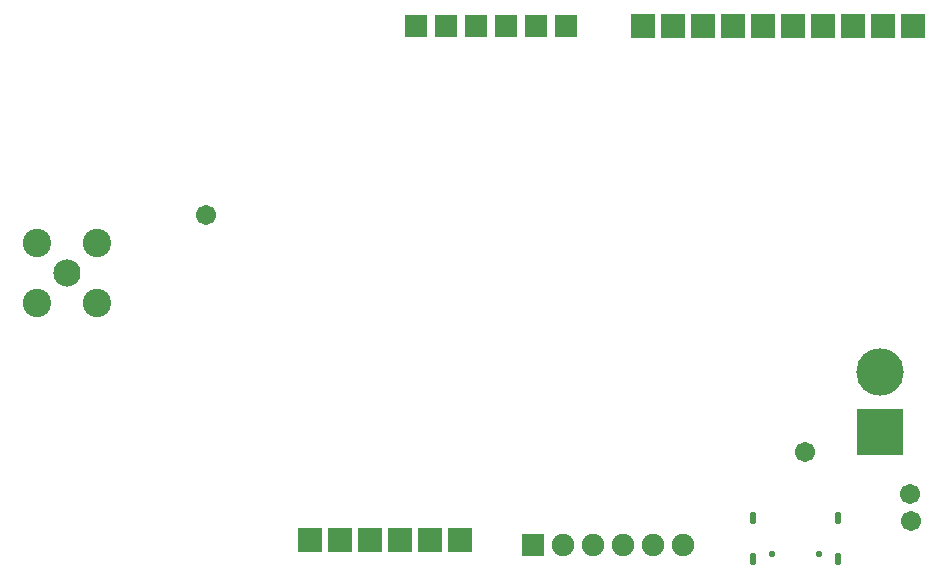
<source format=gbs>
G04*
G04 #@! TF.GenerationSoftware,Altium Limited,Altium Designer,22.11.1 (43)*
G04*
G04 Layer_Color=16711935*
%FSLAX44Y44*%
%MOMM*%
G71*
G04*
G04 #@! TF.SameCoordinates,6325C8D2-15E4-4679-A439-48E371F70F26*
G04*
G04*
G04 #@! TF.FilePolarity,Negative*
G04*
G01*
G75*
%ADD53C,1.7032*%
%ADD69C,2.3032*%
%ADD70C,2.4032*%
%ADD71R,1.8500X1.8500*%
%ADD72R,2.0032X2.0032*%
%ADD73C,1.9032*%
%ADD74R,1.9032X1.9032*%
%ADD75R,4.0132X4.0132*%
%ADD76C,4.0132*%
%ADD77C,0.5500*%
G04:AMPARAMS|DCode=78|XSize=1.05mm|YSize=0.45mm|CornerRadius=0.15mm|HoleSize=0mm|Usage=FLASHONLY|Rotation=270.000|XOffset=0mm|YOffset=0mm|HoleType=Round|Shape=RoundedRectangle|*
%AMROUNDEDRECTD78*
21,1,1.0500,0.1500,0,0,270.0*
21,1,0.7500,0.4500,0,0,270.0*
1,1,0.3000,-0.0750,-0.3750*
1,1,0.3000,-0.0750,0.3750*
1,1,0.3000,0.0750,0.3750*
1,1,0.3000,0.0750,-0.3750*
%
%ADD78ROUNDEDRECTD78*%
D53*
X1010920Y364490D02*
D03*
X504190Y565150D02*
D03*
X1099820Y328930D02*
D03*
X1101090Y306070D02*
D03*
D69*
X386080Y515620D02*
D03*
D70*
X360580Y490120D02*
D03*
Y541120D02*
D03*
X411580Y490120D02*
D03*
Y541120D02*
D03*
D71*
X808990Y725170D02*
D03*
X783590D02*
D03*
X758190D02*
D03*
X732790D02*
D03*
X707390D02*
D03*
X681990D02*
D03*
D72*
X718820Y289560D02*
D03*
X693420D02*
D03*
X668020D02*
D03*
X642620D02*
D03*
X617220D02*
D03*
X591820D02*
D03*
X1102360Y725170D02*
D03*
X1076960D02*
D03*
X1051560D02*
D03*
X1026160D02*
D03*
X1000760D02*
D03*
X975360D02*
D03*
X949960D02*
D03*
X924560D02*
D03*
X899160D02*
D03*
X873760D02*
D03*
D73*
X882650Y285750D02*
D03*
X857250D02*
D03*
X831850D02*
D03*
X806450D02*
D03*
X908050D02*
D03*
D74*
X781050D02*
D03*
D75*
X1074420Y381000D02*
D03*
D76*
Y431800D02*
D03*
D77*
X983000Y277830D02*
D03*
X1023000D02*
D03*
D78*
X967250Y308080D02*
D03*
Y273580D02*
D03*
X1038750D02*
D03*
Y308080D02*
D03*
M02*

</source>
